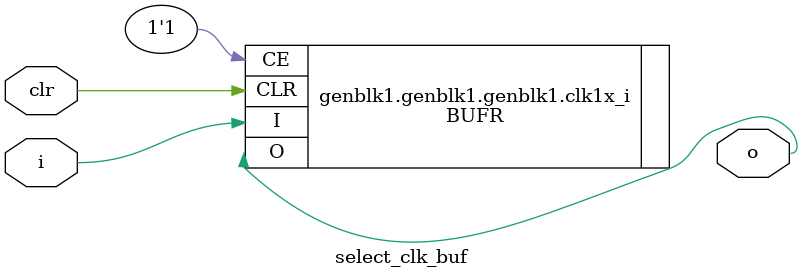
<source format=v>

/*******************************************************************************
 * Module: select_clk_buf
 * Date:2015-11-07  
 * Author: andrey     
 * Description: Select one of the clock buffers primitives by parameter
 *
 * Copyright (c) 2015 Elphel, Inc .
 * select_clk_buf.v is free software; you can redistribute it and/or modify
 * it under the terms of the GNU General Public License as published by
 * the Free Software Foundation, either version 3 of the License, or
 * (at your option) any later version.
 *
 *  select_clk_buf.v is distributed in the hope that it will be useful,
 * but WITHOUT ANY WARRANTY; without even the implied warranty of
 * MERCHANTABILITY or FITNESS FOR A PARTICULAR PURPOSE.  See the
 * GNU General Public License for more details.
 *
 * You should have received a copy of the GNU General Public License
 * along with this program.  If not, see <http://www.gnu.org/licenses/> .
 *
 * Additional permission under GNU GPL version 3 section 7:
 * If you modify this Program, or any covered work, by linking or combining it
 * with independent modules provided by the FPGA vendor only (this permission
 * does not extend to any 3-rd party modules, "soft cores" or macros) under
 * different license terms solely for the purpose of generating binary "bitstream"
 * files and/or simulating the code, the copyright holders of this Program give
 * you the right to distribute the covered work without those independent modules
 * as long as the source code for them is available from the FPGA vendor free of
 * charge, and there is no dependence on any encrypted modules for simulating of
 * the combined code. This permission applies to you if the distributed code
 * contains all the components and scripts required to completely simulate it
 * with at least one of the Free Software programs.
 *******************************************************************************/
`timescale 1ns/1ps

module  select_clk_buf #(
    parameter BUFFER_TYPE = "BUFR" // to use clr
    )(
        output o,
        input  i,
        input  clr // for BUFR_only
);
     generate
        if      (BUFFER_TYPE == "BUFG")  BUFG  clk1x_i (.O(o), .I(i));
        else if (BUFFER_TYPE == "BUFH")  BUFH  clk1x_i (.O(o), .I(i));
        else if (BUFFER_TYPE == "BUFR")  BUFR  clk1x_i (.O(o), .I(i), .CE(1'b1), .CLR(clr));
        else if (BUFFER_TYPE == "BUFMR") BUFMR clk1x_i (.O(o), .I(i));
        else if (BUFFER_TYPE == "BUFIO") BUFIO clk1x_i (.O(o), .I(i));
        else assign o = i;
    endgenerate

endmodule


</source>
